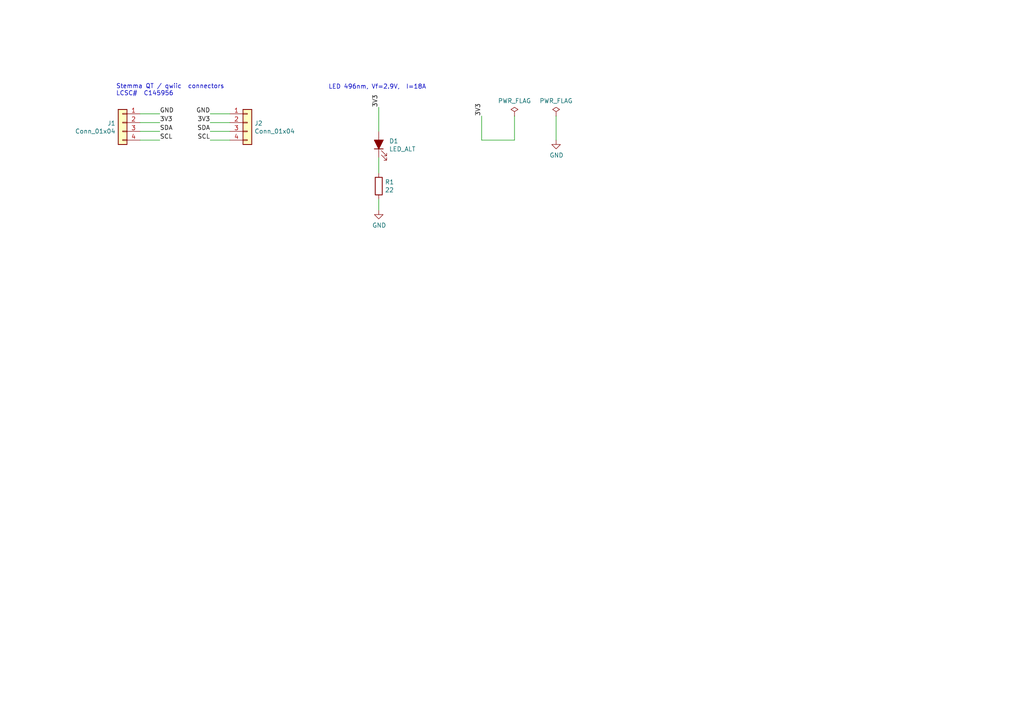
<source format=kicad_sch>
(kicad_sch (version 20230121) (generator eeschema)
  (paper "A4")
  (lib_symbols
    (symbol "Connector_Generic:Conn_01x04" (pin_names (offset 1.016) hide)
      (property "Reference" "J" (at 0 5.08 0))
      (property "Value" "Conn_01x04" (at 0 -7.62 0))
      (symbol "Conn_01x04_1_1"
        (rectangle (start -1.27 -4.953) (end 0 -5.207) (stroke (width 0.1524)))
        (rectangle (start -1.27 -2.413) (end 0 -2.667) (stroke (width 0.1524)))
        (rectangle (start -1.27 0.127) (end 0 -0.127) (stroke (width 0.1524)))
        (rectangle (start -1.27 2.667) (end 0 2.413) (stroke (width 0.1524)))
        (rectangle (start -1.27 3.81) (end 1.27 -6.35) (stroke (width 0.254)) (fill (type background)))
        (pin passive line (at -5.08 2.54 0) (length 3.81) (name "Pin_1") (number "1"))
        (pin passive line (at -5.08 0 0) (length 3.81) (name "Pin_2") (number "2"))
        (pin passive line (at -5.08 -2.54 0) (length 3.81) (name "Pin_3") (number "3"))
        (pin passive line (at -5.08 -5.08 0) (length 3.81) (name "Pin_4") (number "4"))
      )
    )
    (symbol "Device:R" (pin_numbers hide) (pin_names (offset 0))
      (property "Reference" "R" (at 2.032 0 90))
      (property "Value" "R" (at 0 0 90))
      (symbol "R_0_1"
        (rectangle (start -1.016 -2.54) (end 1.016 2.54) (stroke (width 0.254)))
      )
      (symbol "R_1_1"
        (pin passive line (at 0 3.81 270) (length 1.27) (name "~") (number "1"))
        (pin passive line (at 0 -3.81 90) (length 1.27) (name "~") (number "2"))
      )
    )
    (symbol "basic_led-rescue:LED_ALT-Device" (pin_numbers hide) (pin_names (offset 1.016) hide)
      (property "Reference" "D" (at 0 2.54 0))
      (property "Value" "Device_LED_ALT" (at 0 -2.54 0))
      (symbol "LED_ALT-Device_0_1"
        (polyline (pts (xy -1.27 -1.27) (xy -1.27 1.27)) (stroke (width 0.254)))
        (polyline (pts (xy -1.27 0) (xy 1.27 0)))
        (polyline (pts (xy 1.27 -1.27) (xy 1.27 1.27) (xy -1.27 0) (xy 1.27 -1.27)) (stroke (width 0.254)) (fill (type outline)))
        (polyline (pts (xy -3.048 -0.762) (xy -4.572 -2.286) (xy -3.81 -2.286) (xy -4.572 -2.286) (xy -4.572 -1.524)))
        (polyline (pts (xy -1.778 -0.762) (xy -3.302 -2.286) (xy -2.54 -2.286) (xy -3.302 -2.286) (xy -3.302 -1.524)))
      )
      (symbol "LED_ALT-Device_1_1"
        (pin passive line (at -3.81 0 0) (length 2.54) (name "K") (number "1"))
        (pin passive line (at 3.81 0 180) (length 2.54) (name "A") (number "2"))
      )
    )
    (symbol "power:GND" (power) (pin_names (offset 0))
      (property "Value" "GND" (at 0 -3.81 0))
      (symbol "GND_0_1"
        (polyline (pts (xy 0 0) (xy 0 -1.27) (xy 1.27 -1.27) (xy 0 -2.54) (xy -1.27 -1.27) (xy 0 -1.27)))
      )
      (symbol "GND_1_1"
        (pin power_in line (at 0 0 270) (length 0) hide (name "GND") (number "1"))
      )
    )
    (symbol "power:PWR_FLAG" (power) (pin_numbers hide) (pin_names (offset 0) hide)
      (property "Value" "PWR_FLAG" (at 0 3.81 0))
      (symbol "PWR_FLAG_0_0"
        (pin power_out line (at 0 0 90) (length 0) (name "pwr") (number "1"))
      )
      (symbol "PWR_FLAG_0_1"
        (polyline (pts (xy 0 0) (xy 0 1.27) (xy -1.016 1.905) (xy 0 2.54) (xy 1.016 1.905) (xy 0 1.27)))
      )
    )
  )
  (wire (pts (xy 109.855 38.1) (xy 109.855 31.115)))
  (wire (pts (xy 40.64 35.56) (xy 46.355 35.56)))
  (wire (pts (xy 66.675 38.1) (xy 60.96 38.1)))
  (wire (pts (xy 66.675 35.56) (xy 60.96 35.56)))
  (wire (pts (xy 40.64 33.02) (xy 46.355 33.02)))
  (wire (pts (xy 66.675 33.02) (xy 60.96 33.02)))
  (wire (pts (xy 149.225 40.64) (xy 139.7 40.64)))
  (wire (pts (xy 149.225 33.655) (xy 149.225 40.64)))
  (wire (pts (xy 66.675 40.64) (xy 60.96 40.64)))
  (wire (pts (xy 139.7 40.64) (xy 139.7 33.655)))
  (wire (pts (xy 109.855 60.96) (xy 109.855 57.785)))
  (wire (pts (xy 40.64 38.1) (xy 46.355 38.1)))
  (wire (pts (xy 161.29 33.655) (xy 161.29 40.64)))
  (wire (pts (xy 109.855 45.72) (xy 109.855 50.165)))
  (wire (pts (xy 40.64 40.64) (xy 46.355 40.64)))
  (text "Stemma QT / qwiic  connectors\nLCSC#  C145956" (at 33.655 27.94 0) (effects (font (size 1.27 1.27)) (justify left bottom)))
  (text "LED 496nm, Vf=2.9V,  I=18A" (at 95.25 26.035 0) (effects (font (size 1.27 1.27)) (justify left bottom)))
  (label "SCL" (at 46.355 40.64 0))
  (label "SCL" (at 60.96 40.64 180))
  (label "SDA" (at 60.96 38.1 180))
  (label "3V3" (at 139.7 33.655 90))
  (label "3V3" (at 109.855 31.115 90))
  (label "3V3" (at 60.96 35.56 180))
  (label "3V3" (at 46.355 35.56 0))
  (label "GND" (at 46.355 33.02 0))
  (label "GND" (at 60.96 33.02 180))
  (label "SDA" (at 46.355 38.1 0))
  (symbol (lib_id "Connector_Generic:Conn_01x04") (at 35.56 35.56 0) (mirror y) (unit 1)
    (property "Reference" "J1" (at 33.528 35.7632 0) (effects (justify left)))
    (property "Value" "Conn_01x04" (at 33.528 38.0746 0) (effects (justify left)))
    (property "Footprint" "BOOMELE_SH_SMD:BOOMELE_SMD_SH_4PIN_RT" (effects hide))
  )
  (symbol (lib_id "Connector_Generic:Conn_01x04") (at 71.755 35.56 0) (unit 1)
    (property "Reference" "J2" (at 73.787 35.7632 0) (effects (justify left)))
    (property "Value" "Conn_01x04" (at 73.787 38.0746 0) (effects (justify left)))
    (property "Footprint" "BOOMELE_SH_SMD:BOOMELE_SMD_SH_4PIN_RT" (effects hide))
  )
  (symbol (lib_id "basic_led-rescue:LED_ALT-Device") (at 109.855 41.91 90) (unit 1)
    (property "Reference" "D1" (at 112.8522 40.9194 90) (effects (justify right)))
    (property "Value" "LED_ALT" (at 112.8522 43.2308 90) (effects (justify right)))
    (property "Footprint" "LED_SMD:LED_0603_1608Metric" (effects hide))
  )
  (symbol (lib_id "Device:R") (at 109.855 53.975 0) (unit 1)
    (property "Reference" "R1" (at 111.633 52.8066 0) (effects (justify left)))
    (property "Value" "22" (at 111.633 55.118 0) (effects (justify left)))
    (property "Footprint" "Resistor_SMD:R_0603_1608Metric" (effects hide))
  )
  (symbol (lib_id "power:GND") (at 109.855 60.96 0) (unit 1)
    (property "Reference" "#PWR08" (effects hide))
    (property "Value" "GND" (at 109.982 65.3542 0))
  )
  (symbol (lib_id "power:PWR_FLAG") (at 161.29 33.655 0) (unit 1)
    (property "Reference" "#FLG0101" (effects hide))
    (property "Value" "PWR_FLAG" (at 161.29 29.2608 0))
  )
  (symbol (lib_id "power:PWR_FLAG") (at 149.225 33.655 0) (unit 1)
    (property "Reference" "#FLG0102" (effects hide))
    (property "Value" "PWR_FLAG" (at 149.225 29.2608 0))
  )
  (symbol (lib_id "power:GND") (at 161.29 40.64 0) (unit 1)
    (property "Reference" "#PWR0101" (effects hide))
    (property "Value" "GND" (at 161.417 45.0342 0))
  )
)
</source>
